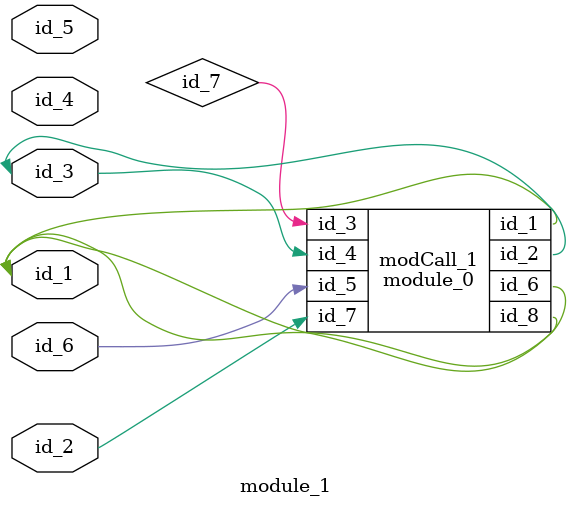
<source format=v>
module module_0 (
    id_1,
    id_2,
    id_3,
    id_4,
    id_5,
    id_6,
    id_7,
    id_8
);
  inout wire id_8;
  input wire id_7;
  inout wire id_6;
  input wire id_5;
  input wire id_4;
  input wire id_3;
  inout wire id_2;
  inout wire id_1;
endmodule
module module_1 (
    id_1,
    id_2,
    id_3,
    id_4,
    id_5,
    id_6
);
  input wire id_6;
  inout wire id_5;
  input wire id_4;
  inout wire id_3;
  input wire id_2;
  inout wire id_1;
  wire id_7;
  module_0 modCall_1 (
      id_1,
      id_3,
      id_7,
      id_3,
      id_6,
      id_1,
      id_2,
      id_1
  );
endmodule

</source>
